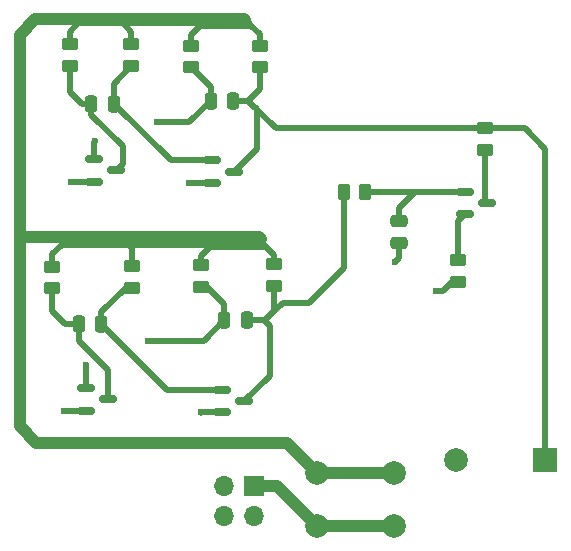
<source format=gbr>
%TF.GenerationSoftware,KiCad,Pcbnew,8.0.1*%
%TF.CreationDate,2024-04-22T22:36:18-04:00*%
%TF.ProjectId,analogBirdSAO,616e616c-6f67-4426-9972-6453414f2e6b,rev?*%
%TF.SameCoordinates,Original*%
%TF.FileFunction,Copper,L1,Top*%
%TF.FilePolarity,Positive*%
%FSLAX46Y46*%
G04 Gerber Fmt 4.6, Leading zero omitted, Abs format (unit mm)*
G04 Created by KiCad (PCBNEW 8.0.1) date 2024-04-22 22:36:18*
%MOMM*%
%LPD*%
G01*
G04 APERTURE LIST*
G04 Aperture macros list*
%AMRoundRect*
0 Rectangle with rounded corners*
0 $1 Rounding radius*
0 $2 $3 $4 $5 $6 $7 $8 $9 X,Y pos of 4 corners*
0 Add a 4 corners polygon primitive as box body*
4,1,4,$2,$3,$4,$5,$6,$7,$8,$9,$2,$3,0*
0 Add four circle primitives for the rounded corners*
1,1,$1+$1,$2,$3*
1,1,$1+$1,$4,$5*
1,1,$1+$1,$6,$7*
1,1,$1+$1,$8,$9*
0 Add four rect primitives between the rounded corners*
20,1,$1+$1,$2,$3,$4,$5,0*
20,1,$1+$1,$4,$5,$6,$7,0*
20,1,$1+$1,$6,$7,$8,$9,0*
20,1,$1+$1,$8,$9,$2,$3,0*%
G04 Aperture macros list end*
%TA.AperFunction,SMDPad,CuDef*%
%ADD10RoundRect,0.250000X-0.250000X-0.475000X0.250000X-0.475000X0.250000X0.475000X-0.250000X0.475000X0*%
%TD*%
%TA.AperFunction,SMDPad,CuDef*%
%ADD11RoundRect,0.250000X0.262500X0.450000X-0.262500X0.450000X-0.262500X-0.450000X0.262500X-0.450000X0*%
%TD*%
%TA.AperFunction,SMDPad,CuDef*%
%ADD12RoundRect,0.250000X-0.450000X0.262500X-0.450000X-0.262500X0.450000X-0.262500X0.450000X0.262500X0*%
%TD*%
%TA.AperFunction,SMDPad,CuDef*%
%ADD13RoundRect,0.150000X-0.587500X-0.150000X0.587500X-0.150000X0.587500X0.150000X-0.587500X0.150000X0*%
%TD*%
%TA.AperFunction,ComponentPad*%
%ADD14R,1.700000X1.700000*%
%TD*%
%TA.AperFunction,ComponentPad*%
%ADD15O,1.700000X1.700000*%
%TD*%
%TA.AperFunction,SMDPad,CuDef*%
%ADD16RoundRect,0.250000X0.450000X-0.262500X0.450000X0.262500X-0.450000X0.262500X-0.450000X-0.262500X0*%
%TD*%
%TA.AperFunction,SMDPad,CuDef*%
%ADD17RoundRect,0.250000X0.475000X-0.250000X0.475000X0.250000X-0.475000X0.250000X-0.475000X-0.250000X0*%
%TD*%
%TA.AperFunction,ComponentPad*%
%ADD18C,2.000000*%
%TD*%
%TA.AperFunction,ComponentPad*%
%ADD19R,2.000000X2.000000*%
%TD*%
%TA.AperFunction,ViaPad*%
%ADD20C,0.600000*%
%TD*%
%TA.AperFunction,Conductor*%
%ADD21C,0.500000*%
%TD*%
%TA.AperFunction,Conductor*%
%ADD22C,1.000000*%
%TD*%
G04 APERTURE END LIST*
D10*
%TO.P,C1,1*%
%TO.N,Net-(Q1-C)*%
X74181250Y-82800000D03*
%TO.P,C1,2*%
%TO.N,Net-(Q3-B)*%
X76081250Y-82800000D03*
%TD*%
D11*
%TO.P,R11,1*%
%TO.N,Net-(Q5-B)*%
X97362500Y-90250000D03*
%TO.P,R11,2*%
%TO.N,lo_freq*%
X95537500Y-90250000D03*
%TD*%
D12*
%TO.P,R8,1*%
%TO.N,Net-(R1-Pad1)*%
X77581250Y-77787500D03*
%TO.P,R8,2*%
%TO.N,Net-(Q3-B)*%
X77581250Y-79612500D03*
%TD*%
%TO.P,R1,1*%
%TO.N,Net-(R1-Pad1)*%
X72381250Y-77787500D03*
%TO.P,R1,2*%
%TO.N,Net-(Q1-C)*%
X72381250Y-79612500D03*
%TD*%
D13*
%TO.P,Q2,1,B*%
%TO.N,Net-(Q2-B)*%
X73700000Y-106900000D03*
%TO.P,Q2,2,E*%
%TO.N,GND*%
X73700000Y-108800000D03*
%TO.P,Q2,3,C*%
%TO.N,Net-(Q2-C)*%
X75575000Y-107850000D03*
%TD*%
%TO.P,Q3,1,B*%
%TO.N,Net-(Q3-B)*%
X84406250Y-87612500D03*
%TO.P,Q3,2,E*%
%TO.N,GND*%
X84406250Y-89512500D03*
%TO.P,Q3,3,C*%
%TO.N,hi_freq*%
X86281250Y-88562500D03*
%TD*%
D10*
%TO.P,C2,1*%
%TO.N,Net-(Q1-B)*%
X84281250Y-82562500D03*
%TO.P,C2,2*%
%TO.N,hi_freq*%
X86181250Y-82562500D03*
%TD*%
D13*
%TO.P,Q1,1,B*%
%TO.N,Net-(Q1-B)*%
X74393750Y-87512500D03*
%TO.P,Q1,2,E*%
%TO.N,GND*%
X74393750Y-89412500D03*
%TO.P,Q1,3,C*%
%TO.N,Net-(Q1-C)*%
X76268750Y-88462500D03*
%TD*%
D10*
%TO.P,C3,1*%
%TO.N,Net-(Q2-C)*%
X73100000Y-101450000D03*
%TO.P,C3,2*%
%TO.N,Net-(Q4-B)*%
X75000000Y-101450000D03*
%TD*%
D12*
%TO.P,R7,1*%
%TO.N,Net-(R1-Pad1)*%
X82631250Y-77887500D03*
%TO.P,R7,2*%
%TO.N,Net-(Q1-B)*%
X82631250Y-79712500D03*
%TD*%
D10*
%TO.P,C4,1*%
%TO.N,Net-(Q2-B)*%
X85450000Y-101150000D03*
%TO.P,C4,2*%
%TO.N,lo_freq*%
X87350000Y-101150000D03*
%TD*%
D14*
%TO.P,J1,1,Pin_1*%
%TO.N,+3.3V*%
X87975000Y-115160000D03*
D15*
%TO.P,J1,2,Pin_2*%
%TO.N,GND*%
X87975000Y-117700000D03*
%TO.P,J1,3,Pin_3*%
%TO.N,unconnected-(J1-Pin_3-Pad3)*%
X85435000Y-115160000D03*
%TO.P,J1,4,Pin_4*%
%TO.N,unconnected-(J1-Pin_4-Pad4)*%
X85435000Y-117700000D03*
%TD*%
D16*
%TO.P,R9,1*%
%TO.N,Net-(Q5-C)*%
X107512500Y-86725000D03*
%TO.P,R9,2*%
%TO.N,hi_freq*%
X107512500Y-84900000D03*
%TD*%
D12*
%TO.P,R5,1*%
%TO.N,Net-(R1-Pad1)*%
X83450000Y-96487500D03*
%TO.P,R5,2*%
%TO.N,Net-(Q2-B)*%
X83450000Y-98312500D03*
%TD*%
D16*
%TO.P,R10,1*%
%TO.N,GND*%
X105237500Y-97900000D03*
%TO.P,R10,2*%
%TO.N,Net-(Q5-E)*%
X105237500Y-96075000D03*
%TD*%
D13*
%TO.P,Q4,1,B*%
%TO.N,Net-(Q4-B)*%
X85262500Y-107050000D03*
%TO.P,Q4,2,E*%
%TO.N,GND*%
X85262500Y-108950000D03*
%TO.P,Q4,3,C*%
%TO.N,lo_freq*%
X87137500Y-108000000D03*
%TD*%
D17*
%TO.P,C5,1*%
%TO.N,GND*%
X100237500Y-94650000D03*
%TO.P,C5,2*%
%TO.N,Net-(Q5-B)*%
X100237500Y-92750000D03*
%TD*%
D12*
%TO.P,R3,1*%
%TO.N,Net-(R1-Pad1)*%
X70875000Y-96625000D03*
%TO.P,R3,2*%
%TO.N,Net-(Q2-C)*%
X70875000Y-98450000D03*
%TD*%
%TO.P,R6,1*%
%TO.N,Net-(R1-Pad1)*%
X77650000Y-96575000D03*
%TO.P,R6,2*%
%TO.N,Net-(Q4-B)*%
X77650000Y-98400000D03*
%TD*%
%TO.P,R2,1*%
%TO.N,Net-(R1-Pad1)*%
X88431250Y-77887500D03*
%TO.P,R2,2*%
%TO.N,hi_freq*%
X88431250Y-79712500D03*
%TD*%
D13*
%TO.P,Q5,1,B*%
%TO.N,Net-(Q5-B)*%
X105787500Y-90275000D03*
%TO.P,Q5,2,E*%
%TO.N,Net-(Q5-E)*%
X105787500Y-92175000D03*
%TO.P,Q5,3,C*%
%TO.N,Net-(Q5-C)*%
X107662500Y-91225000D03*
%TD*%
D12*
%TO.P,R4,1*%
%TO.N,Net-(R1-Pad1)*%
X89650000Y-96425000D03*
%TO.P,R4,2*%
%TO.N,lo_freq*%
X89650000Y-98250000D03*
%TD*%
D18*
%TO.P,SW1,1,1*%
%TO.N,+3.3V*%
X93300000Y-118575000D03*
X99800000Y-118575000D03*
%TO.P,SW1,2,2*%
%TO.N,Net-(R1-Pad1)*%
X93300000Y-114075000D03*
X99800000Y-114075000D03*
%TD*%
D19*
%TO.P,BZ1,1,+*%
%TO.N,hi_freq*%
X112625000Y-113000000D03*
D18*
%TO.P,BZ1,2,-*%
%TO.N,GND*%
X105025000Y-113000000D03*
%TD*%
D20*
%TO.N,GND*%
X71900000Y-108800000D03*
X72481250Y-89412500D03*
X83475000Y-108950000D03*
X82481250Y-89512500D03*
X99850000Y-96200000D03*
X103375000Y-98650000D03*
%TO.N,Net-(Q1-B)*%
X74481250Y-85962500D03*
X79731250Y-84362500D03*
%TO.N,Net-(Q2-B)*%
X73700000Y-104950000D03*
X78975000Y-102900000D03*
%TD*%
D21*
%TO.N,hi_freq*%
X87481250Y-82562500D02*
X89818750Y-84900000D01*
X87481250Y-82562500D02*
X88181250Y-83262500D01*
X87481250Y-82562500D02*
X88431250Y-81612500D01*
X110900000Y-84900000D02*
X107512500Y-84900000D01*
X112625000Y-113000000D02*
X112625000Y-86625000D01*
X86181250Y-82562500D02*
X87481250Y-82562500D01*
X88181250Y-83262500D02*
X88181250Y-86662500D01*
X89818750Y-84900000D02*
X107512500Y-84900000D01*
X112625000Y-86625000D02*
X110900000Y-84900000D01*
X88431250Y-81612500D02*
X88431250Y-79712500D01*
X88181250Y-86662500D02*
X86281250Y-88562500D01*
%TO.N,GND*%
X100237500Y-94650000D02*
X100237500Y-95837500D01*
X100237500Y-95837500D02*
X99875000Y-96200000D01*
X71900000Y-108800000D02*
X71975000Y-108800000D01*
X83525000Y-108950000D02*
X83525000Y-108950000D01*
X74393750Y-89412500D02*
X72481250Y-89412500D01*
X83475000Y-108950000D02*
X83475000Y-109000000D01*
X83475000Y-109000000D02*
X83475000Y-109000000D01*
X104000000Y-98625000D02*
X103975000Y-98650000D01*
X99850000Y-96225000D02*
X99950000Y-96125000D01*
X84406250Y-89512500D02*
X82481250Y-89512500D01*
X72481250Y-89412500D02*
X72531250Y-89412500D01*
X103375000Y-98650000D02*
X103350000Y-98650000D01*
X73700000Y-108800000D02*
X71900000Y-108800000D01*
X104725000Y-97900000D02*
X104000000Y-98625000D01*
X83525000Y-108950000D02*
X83475000Y-108950000D01*
X85262500Y-108950000D02*
X83525000Y-108950000D01*
X105237500Y-97900000D02*
X104725000Y-97900000D01*
X99875000Y-96200000D02*
X99850000Y-96200000D01*
X103975000Y-98650000D02*
X103375000Y-98650000D01*
X99850000Y-96200000D02*
X99850000Y-96225000D01*
%TO.N,Net-(Q3-B)*%
X76081250Y-81112500D02*
X77581250Y-79612500D01*
X76081250Y-82800000D02*
X76081250Y-81112500D01*
X76081250Y-82800000D02*
X80893750Y-87612500D01*
X80893750Y-87612500D02*
X84406250Y-87612500D01*
%TO.N,Net-(Q1-C)*%
X73368750Y-82800000D02*
X74181250Y-82800000D01*
X74181250Y-83762500D02*
X74181250Y-82800000D01*
X76268750Y-88462500D02*
X76831250Y-87900000D01*
X72381250Y-79612500D02*
X72381250Y-81812500D01*
X72381250Y-81812500D02*
X73368750Y-82800000D01*
X76831250Y-87900000D02*
X76831250Y-86412500D01*
X76831250Y-86412500D02*
X74181250Y-83762500D01*
%TO.N,Net-(Q1-B)*%
X74393750Y-87512500D02*
X74393750Y-86050000D01*
X82481250Y-84362500D02*
X80931250Y-84362500D01*
X84281250Y-81362500D02*
X82631250Y-79712500D01*
X84281250Y-82562500D02*
X84281250Y-81362500D01*
X84281250Y-82562500D02*
X82481250Y-84362500D01*
X80931250Y-84362500D02*
X79731250Y-84362500D01*
X79731250Y-84362500D02*
X79781250Y-84362500D01*
X74393750Y-86050000D02*
X74481250Y-85962500D01*
%TO.N,Net-(Q2-C)*%
X73100000Y-102900000D02*
X75575000Y-105375000D01*
X73100000Y-101450000D02*
X73100000Y-102900000D01*
X75575000Y-105375000D02*
X75575000Y-107850000D01*
X70875000Y-100375000D02*
X71950000Y-101450000D01*
X70875000Y-98450000D02*
X70875000Y-100375000D01*
X71950000Y-101450000D02*
X73100000Y-101450000D01*
%TO.N,Net-(Q4-B)*%
X77075000Y-98400000D02*
X77650000Y-98400000D01*
X80600000Y-107050000D02*
X85262500Y-107050000D01*
X75000000Y-100475000D02*
X77075000Y-98400000D01*
X75000000Y-101450000D02*
X75000000Y-100475000D01*
X75000000Y-101450000D02*
X80600000Y-107050000D01*
%TO.N,Net-(Q2-B)*%
X85450000Y-101150000D02*
X83700000Y-102900000D01*
X83987500Y-98312500D02*
X85450000Y-99775000D01*
X83700000Y-102900000D02*
X78975000Y-102900000D01*
X83450000Y-98312500D02*
X83987500Y-98312500D01*
X85450000Y-99775000D02*
X85450000Y-101150000D01*
X73700000Y-106900000D02*
X73700000Y-104950000D01*
%TO.N,lo_freq*%
X88875000Y-101150000D02*
X89387500Y-100637500D01*
X89650000Y-100375000D02*
X89650000Y-98250000D01*
X89387500Y-100637500D02*
X90375000Y-99650000D01*
X88825000Y-101150000D02*
X89300000Y-101625000D01*
X89300000Y-101625000D02*
X89300000Y-105837500D01*
X87350000Y-101150000D02*
X88875000Y-101150000D01*
X87350000Y-101150000D02*
X88825000Y-101150000D01*
X92650000Y-99650000D02*
X95537500Y-96762500D01*
X89300000Y-105837500D02*
X87137500Y-108000000D01*
X95537500Y-96762500D02*
X95537500Y-90250000D01*
X89387500Y-100637500D02*
X89650000Y-100375000D01*
X90375000Y-99650000D02*
X92650000Y-99650000D01*
%TO.N,Net-(Q5-B)*%
X100237500Y-91650000D02*
X101562500Y-90325000D01*
X101562500Y-90325000D02*
X105187500Y-90325000D01*
X104337500Y-90250000D02*
X104362500Y-90275000D01*
X97362500Y-90250000D02*
X104337500Y-90250000D01*
X104362500Y-90275000D02*
X105787500Y-90275000D01*
X100237500Y-92750000D02*
X100237500Y-91650000D01*
X105112500Y-90250000D02*
X105187500Y-90325000D01*
X104337500Y-90250000D02*
X105112500Y-90250000D01*
%TO.N,Net-(Q5-C)*%
X107512500Y-86725000D02*
X107512500Y-91075000D01*
X107512500Y-91075000D02*
X107662500Y-91225000D01*
%TO.N,Net-(Q5-E)*%
X105237500Y-92725000D02*
X105787500Y-92175000D01*
X105237500Y-96075000D02*
X105237500Y-92725000D01*
D22*
%TO.N,Net-(R1-Pad1)*%
X93300000Y-114075000D02*
X90775000Y-111550000D01*
X88350000Y-94125000D02*
X88525000Y-94300000D01*
X99800000Y-114075000D02*
X93300000Y-114075000D01*
D21*
X87531250Y-76012500D02*
X87731250Y-76212500D01*
X87731250Y-76212500D02*
X88431250Y-76912500D01*
X82631250Y-76962500D02*
X83381250Y-76212500D01*
X84200000Y-94925000D02*
X88975000Y-94925000D01*
X86800000Y-76012500D02*
X87531250Y-76012500D01*
X74875000Y-94750000D02*
X88175000Y-94750000D01*
D22*
X90075000Y-111550000D02*
X69525000Y-111550000D01*
D21*
X72381250Y-77787500D02*
X72381250Y-76712500D01*
D22*
X68100000Y-94125000D02*
X88350000Y-94125000D01*
D21*
X77581250Y-76712500D02*
X77581250Y-77787500D01*
X72381250Y-76712500D02*
X73081250Y-76012500D01*
X83381250Y-76212500D02*
X87731250Y-76212500D01*
X83450000Y-95675000D02*
X84200000Y-94925000D01*
D22*
X86437500Y-75650000D02*
X87125000Y-75650000D01*
X69425000Y-75650000D02*
X86437500Y-75650000D01*
X90775000Y-111550000D02*
X90075000Y-111550000D01*
D21*
X88975000Y-94925000D02*
X89650000Y-95600000D01*
X82631250Y-77887500D02*
X82631250Y-76962500D01*
D22*
X90075000Y-111550000D02*
X89425000Y-111550000D01*
X68100000Y-94125000D02*
X68100000Y-110125000D01*
D21*
X89650000Y-95600000D02*
X89650000Y-96425000D01*
X74875000Y-94750000D02*
X77375000Y-94750000D01*
D22*
X68100000Y-110125000D02*
X69525000Y-111550000D01*
D21*
X73081250Y-76012500D02*
X75231250Y-76012500D01*
X75231250Y-76012500D02*
X76881250Y-76012500D01*
X77650000Y-95025000D02*
X77650000Y-96575000D01*
X70875000Y-95575000D02*
X71700000Y-94750000D01*
X88431250Y-76912500D02*
X88431250Y-77887500D01*
X77375000Y-94750000D02*
X77650000Y-95025000D01*
X70875000Y-96625000D02*
X70875000Y-95575000D01*
X75231250Y-76012500D02*
X86800000Y-76012500D01*
X83450000Y-96487500D02*
X83450000Y-95675000D01*
X76881250Y-76012500D02*
X77581250Y-76712500D01*
D22*
X87125000Y-75650000D02*
X87200000Y-75725000D01*
D21*
X88800000Y-94750000D02*
X89650000Y-95600000D01*
X88175000Y-94750000D02*
X88800000Y-94750000D01*
X71700000Y-94750000D02*
X74875000Y-94750000D01*
D22*
X68100000Y-76975000D02*
X69425000Y-75650000D01*
X68100000Y-94125000D02*
X68100000Y-76975000D01*
%TO.N,+3.3V*%
X87975000Y-115160000D02*
X89885000Y-115160000D01*
X89885000Y-115160000D02*
X93300000Y-118575000D01*
X93300000Y-118575000D02*
X99800000Y-118575000D01*
%TD*%
M02*

</source>
